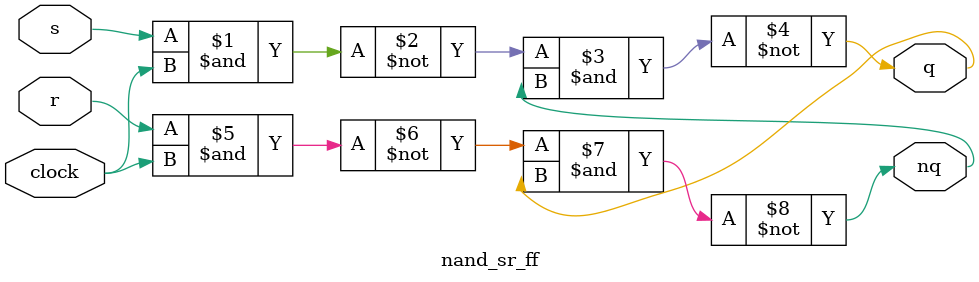
<source format=v>


`timescale 1ns / 1ps

module nand_sr_ff(
    input s, r, clock,
    output q, nq
);

assign q = ~((~(s & clock)) & nq);
assign nq = ~((~(r & clock)) & q);
    
endmodule
</source>
